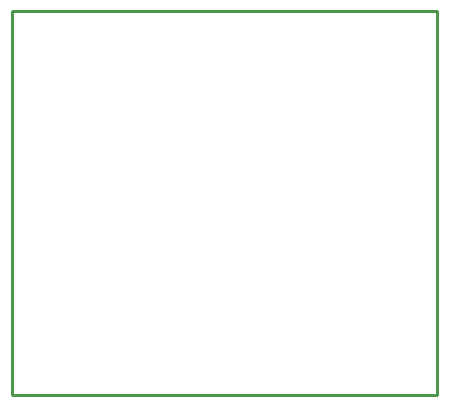
<source format=gm1>
G04*
G04 #@! TF.GenerationSoftware,Altium Limited,Altium Designer,20.0.2 (26)*
G04*
G04 Layer_Color=16711935*
%FSLAX25Y25*%
%MOIN*%
G70*
G01*
G75*
%ADD10C,0.01000*%
D10*
X0Y0D02*
X141732D01*
X0Y127953D02*
X141732D01*
X0Y0D02*
Y127953D01*
X141732Y0D02*
Y127953D01*
M02*

</source>
